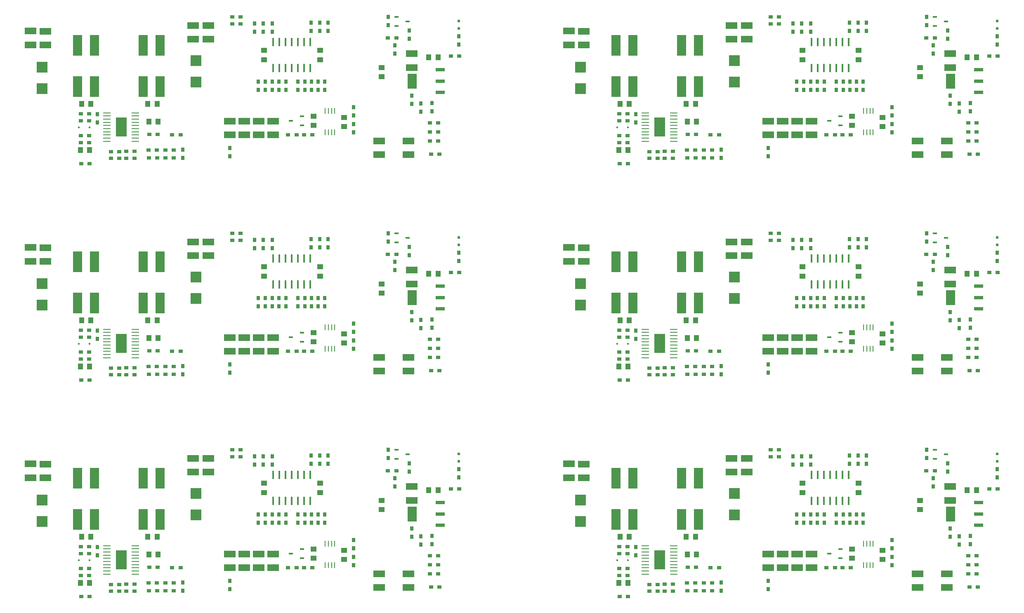
<source format=gbr>
G04 DipTrace 2.4.0.2*
%INTopPaste.gbr*%
%MOIN*%
%ADD27R,0.0236X0.0236*%
%ADD47R,0.0156X0.0707*%
%ADD49R,0.0077X0.0471*%
%ADD51R,0.0766X0.12*%
%ADD53R,0.0766X0.0294*%
%ADD55R,0.0904X0.1574*%
%ADD57R,0.0629X0.0077*%
%ADD59R,0.0766X0.1692*%
%ADD61R,0.0333X0.0176*%
%ADD67R,0.0156X0.0156*%
%ADD69R,0.0865X0.0865*%
%ADD71R,0.0314X0.0353*%
%ADD73R,0.0511X0.0432*%
%ADD75R,0.0432X0.0511*%
%ADD77R,0.0983X0.055*%
%ADD79R,0.0353X0.0314*%
%FSLAX44Y44*%
G04*
G70*
G90*
G75*
G01*
%LNTopPaste*%
%LPD*%
D79*
X9363Y2639D3*
X10032D3*
D77*
X17750Y4551D3*
Y5654D3*
X18921Y4551D3*
Y5654D3*
X20079Y4557D3*
Y5659D3*
X21230Y4557D3*
Y5659D3*
D79*
X11192Y2681D3*
X11861D3*
D75*
X6408Y3310D3*
X5660D3*
D79*
X11174Y3323D3*
X11843D3*
D75*
X11207Y5626D3*
X11955D3*
D73*
X26957Y5957D3*
Y5209D3*
X24492Y5311D3*
Y6059D3*
D77*
X14785Y12300D3*
Y13402D3*
X16003Y12282D3*
Y13384D3*
D75*
X5764Y7059D3*
X6512D3*
X11118Y7067D3*
X11866D3*
D71*
X20598Y8189D3*
Y8858D3*
X20440Y12876D3*
Y13546D3*
D77*
X2854Y12933D3*
Y11831D3*
X1635Y12937D3*
Y11835D3*
D71*
X24869Y8189D3*
Y8858D3*
X25003Y12957D3*
Y13626D3*
D75*
X34567Y10827D3*
X33819D3*
D77*
X32437Y10002D3*
Y11104D3*
D71*
X33187Y7102D3*
Y6433D3*
D73*
X20507Y10626D3*
Y11374D3*
X25052Y10626D3*
Y11374D3*
D77*
X29813Y2938D3*
Y4040D3*
X32188Y2938D3*
Y4040D3*
D73*
X30000Y9250D3*
Y9998D3*
D69*
X2587Y10031D3*
Y8299D3*
X15013Y10567D3*
Y8835D3*
D67*
X6414Y5150D3*
X5548D3*
D27*
X36240Y13750D3*
Y13159D3*
D61*
X31201Y14094D3*
Y13346D3*
X32106Y13720D3*
D79*
X8809Y3203D3*
X8140D3*
X8805Y2639D3*
X8136D3*
X10032Y3209D3*
X9363D3*
D71*
X13956Y3357D3*
Y2687D3*
D79*
X13212Y3306D3*
X12542D3*
X13210Y2690D3*
X12540D3*
X5699Y3908D3*
X6368D3*
X11250Y4596D3*
X11919D3*
X5711Y4494D3*
X6380D3*
X13757Y4550D3*
X13087D3*
X5705Y5674D3*
X6374D3*
X5719Y6261D3*
X6388D3*
X23750Y4562D3*
X24419D3*
X23125D3*
X22456D3*
D71*
X27753Y6126D3*
Y6795D3*
Y4750D3*
Y5420D3*
X21161Y8189D3*
Y8858D3*
X22260Y8189D3*
Y8858D3*
X20036Y8864D3*
Y8195D3*
X21190Y13564D3*
Y12895D3*
X21696Y8189D3*
Y8858D3*
X19752Y12876D3*
Y13546D3*
X24338Y8189D3*
Y8858D3*
X23252Y8189D3*
Y8858D3*
X25408Y8868D3*
Y8199D3*
X24315Y13608D3*
Y12939D3*
X23796Y8189D3*
Y8858D3*
X25690Y12939D3*
Y13608D3*
X31059Y11124D3*
Y11793D3*
D79*
X30522Y12372D3*
X31191D3*
X35591Y10906D3*
X36260D3*
D71*
X34062Y6451D3*
Y7120D3*
X32437Y7058D3*
Y7727D3*
X30541Y14094D3*
Y13425D3*
D79*
X18622Y13504D3*
X17953D3*
Y14094D3*
X18622D3*
X34000Y3000D3*
X34669D3*
X34563Y4063D3*
X33893D3*
D71*
X17756Y2815D3*
Y3484D3*
D79*
X34567Y4774D3*
X33898D3*
X34567Y5531D3*
X33898D3*
D71*
X32224Y12333D3*
Y13002D3*
X36250Y11841D3*
Y12510D3*
X7047Y6220D3*
Y5551D3*
D79*
X6398Y2224D3*
X5728D3*
D59*
X5445Y8441D3*
X6795D3*
Y11787D3*
X5445D3*
X10752Y8441D3*
X12102D3*
Y11787D3*
X10752D3*
D57*
X10105Y4031D3*
Y4287D3*
Y4543D3*
Y4799D3*
Y5055D3*
Y5311D3*
Y5567D3*
Y5823D3*
Y6079D3*
Y6335D3*
X7822D3*
Y6079D3*
Y5823D3*
Y5567D3*
Y5311D3*
Y5055D3*
Y4799D3*
Y4543D3*
Y4287D3*
Y4031D3*
D55*
X8964Y5183D3*
D53*
X34750Y7995D3*
Y8901D3*
Y9806D3*
D51*
X32467Y8901D3*
D49*
X25449Y4768D3*
X25705D3*
X25961D3*
X26217D3*
Y6500D3*
X25961D3*
X25705D3*
X25449D3*
D61*
X23565Y5313D3*
Y6061D3*
X22659Y5687D3*
D47*
X21252Y9939D3*
X21752D3*
X22252D3*
X22752D3*
X23252D3*
X23752D3*
X24252D3*
Y12065D3*
X23752D3*
X23252D3*
X22752D3*
X22252D3*
X21752D3*
X21252D3*
D79*
X52863Y2639D3*
X53532D3*
D77*
X61250Y4551D3*
Y5654D3*
X62421Y4551D3*
Y5654D3*
X63579Y4557D3*
Y5659D3*
X64730Y4557D3*
Y5659D3*
D79*
X54692Y2681D3*
X55361D3*
D75*
X49908Y3310D3*
X49160D3*
D79*
X54674Y3323D3*
X55343D3*
D75*
X54707Y5626D3*
X55455D3*
D73*
X70457Y5957D3*
Y5209D3*
X67992Y5311D3*
Y6059D3*
D77*
X58285Y12300D3*
Y13402D3*
X59503Y12282D3*
Y13384D3*
D75*
X49264Y7059D3*
X50012D3*
X54618Y7067D3*
X55366D3*
D71*
X64098Y8189D3*
Y8858D3*
X63940Y12876D3*
Y13546D3*
D77*
X46354Y12933D3*
Y11831D3*
X45135Y12937D3*
Y11835D3*
D71*
X68369Y8189D3*
Y8858D3*
X68503Y12957D3*
Y13626D3*
D75*
X78067Y10827D3*
X77319D3*
D77*
X75937Y10002D3*
Y11104D3*
D71*
X76687Y7102D3*
Y6433D3*
D73*
X64007Y10626D3*
Y11374D3*
X68552Y10626D3*
Y11374D3*
D77*
X73313Y2938D3*
Y4040D3*
X75688Y2938D3*
Y4040D3*
D73*
X73500Y9250D3*
Y9998D3*
D69*
X46087Y10031D3*
Y8299D3*
X58513Y10567D3*
Y8835D3*
D67*
X49914Y5150D3*
X49048D3*
D27*
X79740Y13750D3*
Y13159D3*
D61*
X74701Y14094D3*
Y13346D3*
X75606Y13720D3*
D79*
X52309Y3203D3*
X51640D3*
X52305Y2639D3*
X51636D3*
X53532Y3209D3*
X52863D3*
D71*
X57456Y3357D3*
Y2687D3*
D79*
X56712Y3306D3*
X56042D3*
X56710Y2690D3*
X56040D3*
X49199Y3908D3*
X49868D3*
X54750Y4596D3*
X55419D3*
X49211Y4494D3*
X49880D3*
X57257Y4550D3*
X56587D3*
X49205Y5674D3*
X49874D3*
X49219Y6261D3*
X49888D3*
X67250Y4562D3*
X67919D3*
X66625D3*
X65956D3*
D71*
X71253Y6126D3*
Y6795D3*
Y4750D3*
Y5420D3*
X64661Y8189D3*
Y8858D3*
X65760Y8189D3*
Y8858D3*
X63536Y8864D3*
Y8195D3*
X64690Y13564D3*
Y12895D3*
X65196Y8189D3*
Y8858D3*
X63252Y12876D3*
Y13546D3*
X67838Y8189D3*
Y8858D3*
X66752Y8189D3*
Y8858D3*
X68908Y8868D3*
Y8199D3*
X67815Y13608D3*
Y12939D3*
X67296Y8189D3*
Y8858D3*
X69190Y12939D3*
Y13608D3*
X74559Y11124D3*
Y11793D3*
D79*
X74022Y12372D3*
X74691D3*
X79091Y10906D3*
X79760D3*
D71*
X77562Y6451D3*
Y7120D3*
X75937Y7058D3*
Y7727D3*
X74041Y14094D3*
Y13425D3*
D79*
X62122Y13504D3*
X61453D3*
Y14094D3*
X62122D3*
X77500Y3000D3*
X78169D3*
X78063Y4063D3*
X77393D3*
D71*
X61256Y2815D3*
Y3484D3*
D79*
X78067Y4774D3*
X77398D3*
X78067Y5531D3*
X77398D3*
D71*
X75724Y12333D3*
Y13002D3*
X79750Y11841D3*
Y12510D3*
X50547Y6220D3*
Y5551D3*
D79*
X49898Y2224D3*
X49228D3*
D59*
X48945Y8441D3*
X50295D3*
Y11787D3*
X48945D3*
X54252Y8441D3*
X55602D3*
Y11787D3*
X54252D3*
D57*
X53605Y4031D3*
Y4287D3*
Y4543D3*
Y4799D3*
Y5055D3*
Y5311D3*
Y5567D3*
Y5823D3*
Y6079D3*
Y6335D3*
X51322D3*
Y6079D3*
Y5823D3*
Y5567D3*
Y5311D3*
Y5055D3*
Y4799D3*
Y4543D3*
Y4287D3*
Y4031D3*
D55*
X52464Y5183D3*
D53*
X78250Y7995D3*
Y8901D3*
Y9806D3*
D51*
X75967Y8901D3*
D49*
X68949Y4768D3*
X69205D3*
X69461D3*
X69717D3*
Y6500D3*
X69461D3*
X69205D3*
X68949D3*
D61*
X67065Y5313D3*
Y6061D3*
X66159Y5687D3*
D47*
X64752Y9939D3*
X65252D3*
X65752D3*
X66252D3*
X66752D3*
X67252D3*
X67752D3*
Y12065D3*
X67252D3*
X66752D3*
X66252D3*
X65752D3*
X65252D3*
X64752D3*
D79*
X9363Y20139D3*
X10032D3*
D77*
X17750Y22051D3*
Y23154D3*
X18921Y22051D3*
Y23154D3*
X20079Y22057D3*
Y23159D3*
X21230Y22057D3*
Y23159D3*
D79*
X11192Y20181D3*
X11861D3*
D75*
X6408Y20810D3*
X5660D3*
D79*
X11174Y20823D3*
X11843D3*
D75*
X11207Y23126D3*
X11955D3*
D73*
X26957Y23457D3*
Y22709D3*
X24492Y22811D3*
Y23559D3*
D77*
X14785Y29800D3*
Y30902D3*
X16003Y29782D3*
Y30884D3*
D75*
X5764Y24559D3*
X6512D3*
X11118Y24567D3*
X11866D3*
D71*
X20598Y25689D3*
Y26358D3*
X20440Y30376D3*
Y31046D3*
D77*
X2854Y30433D3*
Y29331D3*
X1635Y30437D3*
Y29335D3*
D71*
X24869Y25689D3*
Y26358D3*
X25003Y30457D3*
Y31126D3*
D75*
X34567Y28327D3*
X33819D3*
D77*
X32437Y27502D3*
Y28604D3*
D71*
X33187Y24602D3*
Y23933D3*
D73*
X20507Y28126D3*
Y28874D3*
X25052Y28126D3*
Y28874D3*
D77*
X29813Y20438D3*
Y21540D3*
X32188Y20438D3*
Y21540D3*
D73*
X30000Y26750D3*
Y27498D3*
D69*
X2587Y27531D3*
Y25799D3*
X15013Y28067D3*
Y26335D3*
D67*
X6414Y22650D3*
X5548D3*
D27*
X36240Y31250D3*
Y30659D3*
D61*
X31201Y31594D3*
Y30846D3*
X32106Y31220D3*
D79*
X8809Y20703D3*
X8140D3*
X8805Y20139D3*
X8136D3*
X10032Y20709D3*
X9363D3*
D71*
X13956Y20857D3*
Y20187D3*
D79*
X13212Y20806D3*
X12542D3*
X13210Y20190D3*
X12540D3*
X5699Y21408D3*
X6368D3*
X11250Y22096D3*
X11919D3*
X5711Y21994D3*
X6380D3*
X13757Y22050D3*
X13087D3*
X5705Y23174D3*
X6374D3*
X5719Y23761D3*
X6388D3*
X23750Y22062D3*
X24419D3*
X23125D3*
X22456D3*
D71*
X27753Y23626D3*
Y24295D3*
Y22250D3*
Y22920D3*
X21161Y25689D3*
Y26358D3*
X22260Y25689D3*
Y26358D3*
X20036Y26364D3*
Y25695D3*
X21190Y31064D3*
Y30395D3*
X21696Y25689D3*
Y26358D3*
X19752Y30376D3*
Y31046D3*
X24338Y25689D3*
Y26358D3*
X23252Y25689D3*
Y26358D3*
X25408Y26368D3*
Y25699D3*
X24315Y31108D3*
Y30439D3*
X23796Y25689D3*
Y26358D3*
X25690Y30439D3*
Y31108D3*
X31059Y28624D3*
Y29293D3*
D79*
X30522Y29872D3*
X31191D3*
X35591Y28406D3*
X36260D3*
D71*
X34062Y23951D3*
Y24620D3*
X32437Y24558D3*
Y25227D3*
X30541Y31594D3*
Y30925D3*
D79*
X18622Y31004D3*
X17953D3*
Y31594D3*
X18622D3*
X34000Y20500D3*
X34669D3*
X34563Y21563D3*
X33893D3*
D71*
X17756Y20315D3*
Y20984D3*
D79*
X34567Y22274D3*
X33898D3*
X34567Y23031D3*
X33898D3*
D71*
X32224Y29833D3*
Y30502D3*
X36250Y29341D3*
Y30010D3*
X7047Y23720D3*
Y23051D3*
D79*
X6398Y19724D3*
X5728D3*
D59*
X5445Y25941D3*
X6795D3*
Y29287D3*
X5445D3*
X10752Y25941D3*
X12102D3*
Y29287D3*
X10752D3*
D57*
X10105Y21531D3*
Y21787D3*
Y22043D3*
Y22299D3*
Y22555D3*
Y22811D3*
Y23067D3*
Y23323D3*
Y23579D3*
Y23835D3*
X7822D3*
Y23579D3*
Y23323D3*
Y23067D3*
Y22811D3*
Y22555D3*
Y22299D3*
Y22043D3*
Y21787D3*
Y21531D3*
D55*
X8964Y22683D3*
D53*
X34750Y25495D3*
Y26401D3*
Y27306D3*
D51*
X32467Y26401D3*
D49*
X25449Y22268D3*
X25705D3*
X25961D3*
X26217D3*
Y24000D3*
X25961D3*
X25705D3*
X25449D3*
D61*
X23565Y22813D3*
Y23561D3*
X22659Y23187D3*
D47*
X21252Y27439D3*
X21752D3*
X22252D3*
X22752D3*
X23252D3*
X23752D3*
X24252D3*
Y29565D3*
X23752D3*
X23252D3*
X22752D3*
X22252D3*
X21752D3*
X21252D3*
D79*
X52863Y20139D3*
X53532D3*
D77*
X61250Y22051D3*
Y23154D3*
X62421Y22051D3*
Y23154D3*
X63579Y22057D3*
Y23159D3*
X64730Y22057D3*
Y23159D3*
D79*
X54692Y20181D3*
X55361D3*
D75*
X49908Y20810D3*
X49160D3*
D79*
X54674Y20823D3*
X55343D3*
D75*
X54707Y23126D3*
X55455D3*
D73*
X70457Y23457D3*
Y22709D3*
X67992Y22811D3*
Y23559D3*
D77*
X58285Y29800D3*
Y30902D3*
X59503Y29782D3*
Y30884D3*
D75*
X49264Y24559D3*
X50012D3*
X54618Y24567D3*
X55366D3*
D71*
X64098Y25689D3*
Y26358D3*
X63940Y30376D3*
Y31046D3*
D77*
X46354Y30433D3*
Y29331D3*
X45135Y30437D3*
Y29335D3*
D71*
X68369Y25689D3*
Y26358D3*
X68503Y30457D3*
Y31126D3*
D75*
X78067Y28327D3*
X77319D3*
D77*
X75937Y27502D3*
Y28604D3*
D71*
X76687Y24602D3*
Y23933D3*
D73*
X64007Y28126D3*
Y28874D3*
X68552Y28126D3*
Y28874D3*
D77*
X73313Y20438D3*
Y21540D3*
X75688Y20438D3*
Y21540D3*
D73*
X73500Y26750D3*
Y27498D3*
D69*
X46087Y27531D3*
Y25799D3*
X58513Y28067D3*
Y26335D3*
D67*
X49914Y22650D3*
X49048D3*
D27*
X79740Y31250D3*
Y30659D3*
D61*
X74701Y31594D3*
Y30846D3*
X75606Y31220D3*
D79*
X52309Y20703D3*
X51640D3*
X52305Y20139D3*
X51636D3*
X53532Y20709D3*
X52863D3*
D71*
X57456Y20857D3*
Y20187D3*
D79*
X56712Y20806D3*
X56042D3*
X56710Y20190D3*
X56040D3*
X49199Y21408D3*
X49868D3*
X54750Y22096D3*
X55419D3*
X49211Y21994D3*
X49880D3*
X57257Y22050D3*
X56587D3*
X49205Y23174D3*
X49874D3*
X49219Y23761D3*
X49888D3*
X67250Y22062D3*
X67919D3*
X66625D3*
X65956D3*
D71*
X71253Y23626D3*
Y24295D3*
Y22250D3*
Y22920D3*
X64661Y25689D3*
Y26358D3*
X65760Y25689D3*
Y26358D3*
X63536Y26364D3*
Y25695D3*
X64690Y31064D3*
Y30395D3*
X65196Y25689D3*
Y26358D3*
X63252Y30376D3*
Y31046D3*
X67838Y25689D3*
Y26358D3*
X66752Y25689D3*
Y26358D3*
X68908Y26368D3*
Y25699D3*
X67815Y31108D3*
Y30439D3*
X67296Y25689D3*
Y26358D3*
X69190Y30439D3*
Y31108D3*
X74559Y28624D3*
Y29293D3*
D79*
X74022Y29872D3*
X74691D3*
X79091Y28406D3*
X79760D3*
D71*
X77562Y23951D3*
Y24620D3*
X75937Y24558D3*
Y25227D3*
X74041Y31594D3*
Y30925D3*
D79*
X62122Y31004D3*
X61453D3*
Y31594D3*
X62122D3*
X77500Y20500D3*
X78169D3*
X78063Y21563D3*
X77393D3*
D71*
X61256Y20315D3*
Y20984D3*
D79*
X78067Y22274D3*
X77398D3*
X78067Y23031D3*
X77398D3*
D71*
X75724Y29833D3*
Y30502D3*
X79750Y29341D3*
Y30010D3*
X50547Y23720D3*
Y23051D3*
D79*
X49898Y19724D3*
X49228D3*
D59*
X48945Y25941D3*
X50295D3*
Y29287D3*
X48945D3*
X54252Y25941D3*
X55602D3*
Y29287D3*
X54252D3*
D57*
X53605Y21531D3*
Y21787D3*
Y22043D3*
Y22299D3*
Y22555D3*
Y22811D3*
Y23067D3*
Y23323D3*
Y23579D3*
Y23835D3*
X51322D3*
Y23579D3*
Y23323D3*
Y23067D3*
Y22811D3*
Y22555D3*
Y22299D3*
Y22043D3*
Y21787D3*
Y21531D3*
D55*
X52464Y22683D3*
D53*
X78250Y25495D3*
Y26401D3*
Y27306D3*
D51*
X75967Y26401D3*
D49*
X68949Y22268D3*
X69205D3*
X69461D3*
X69717D3*
Y24000D3*
X69461D3*
X69205D3*
X68949D3*
D61*
X67065Y22813D3*
Y23561D3*
X66159Y23187D3*
D47*
X64752Y27439D3*
X65252D3*
X65752D3*
X66252D3*
X66752D3*
X67252D3*
X67752D3*
Y29565D3*
X67252D3*
X66752D3*
X66252D3*
X65752D3*
X65252D3*
X64752D3*
D79*
X9363Y37639D3*
X10032D3*
D77*
X17750Y39551D3*
Y40654D3*
X18921Y39551D3*
Y40654D3*
X20079Y39557D3*
Y40659D3*
X21230Y39557D3*
Y40659D3*
D79*
X11192Y37681D3*
X11861D3*
D75*
X6408Y38310D3*
X5660D3*
D79*
X11174Y38323D3*
X11843D3*
D75*
X11207Y40626D3*
X11955D3*
D73*
X26957Y40957D3*
Y40209D3*
X24492Y40311D3*
Y41059D3*
D77*
X14785Y47300D3*
Y48402D3*
X16003Y47282D3*
Y48384D3*
D75*
X5764Y42059D3*
X6512D3*
X11118Y42067D3*
X11866D3*
D71*
X20598Y43189D3*
Y43858D3*
X20440Y47876D3*
Y48546D3*
D77*
X2854Y47933D3*
Y46831D3*
X1635Y47937D3*
Y46835D3*
D71*
X24869Y43189D3*
Y43858D3*
X25003Y47957D3*
Y48626D3*
D75*
X34567Y45827D3*
X33819D3*
D77*
X32437Y45002D3*
Y46104D3*
D71*
X33187Y42102D3*
Y41433D3*
D73*
X20507Y45626D3*
Y46374D3*
X25052Y45626D3*
Y46374D3*
D77*
X29813Y37938D3*
Y39040D3*
X32188Y37938D3*
Y39040D3*
D73*
X30000Y44250D3*
Y44998D3*
D69*
X2587Y45031D3*
Y43299D3*
X15013Y45567D3*
Y43835D3*
D67*
X6414Y40150D3*
X5548D3*
D27*
X36240Y48750D3*
Y48159D3*
D61*
X31201Y49094D3*
Y48346D3*
X32106Y48720D3*
D79*
X8809Y38203D3*
X8140D3*
X8805Y37639D3*
X8136D3*
X10032Y38209D3*
X9363D3*
D71*
X13956Y38357D3*
Y37687D3*
D79*
X13212Y38306D3*
X12542D3*
X13210Y37690D3*
X12540D3*
X5699Y38908D3*
X6368D3*
X11250Y39596D3*
X11919D3*
X5711Y39494D3*
X6380D3*
X13757Y39550D3*
X13087D3*
X5705Y40674D3*
X6374D3*
X5719Y41261D3*
X6388D3*
X23750Y39562D3*
X24419D3*
X23125D3*
X22456D3*
D71*
X27753Y41126D3*
Y41795D3*
Y39750D3*
Y40420D3*
X21161Y43189D3*
Y43858D3*
X22260Y43189D3*
Y43858D3*
X20036Y43864D3*
Y43195D3*
X21190Y48564D3*
Y47895D3*
X21696Y43189D3*
Y43858D3*
X19752Y47876D3*
Y48546D3*
X24338Y43189D3*
Y43858D3*
X23252Y43189D3*
Y43858D3*
X25408Y43868D3*
Y43199D3*
X24315Y48608D3*
Y47939D3*
X23796Y43189D3*
Y43858D3*
X25690Y47939D3*
Y48608D3*
X31059Y46124D3*
Y46793D3*
D79*
X30522Y47372D3*
X31191D3*
X35591Y45906D3*
X36260D3*
D71*
X34062Y41451D3*
Y42120D3*
X32437Y42058D3*
Y42727D3*
X30541Y49094D3*
Y48425D3*
D79*
X18622Y48504D3*
X17953D3*
Y49094D3*
X18622D3*
X34000Y38000D3*
X34669D3*
X34563Y39063D3*
X33893D3*
D71*
X17756Y37815D3*
Y38484D3*
D79*
X34567Y39774D3*
X33898D3*
X34567Y40531D3*
X33898D3*
D71*
X32224Y47333D3*
Y48002D3*
X36250Y46841D3*
Y47510D3*
X7047Y41220D3*
Y40551D3*
D79*
X6398Y37224D3*
X5728D3*
D59*
X5445Y43441D3*
X6795D3*
Y46787D3*
X5445D3*
X10752Y43441D3*
X12102D3*
Y46787D3*
X10752D3*
D57*
X10105Y39031D3*
Y39287D3*
Y39543D3*
Y39799D3*
Y40055D3*
Y40311D3*
Y40567D3*
Y40823D3*
Y41079D3*
Y41335D3*
X7822D3*
Y41079D3*
Y40823D3*
Y40567D3*
Y40311D3*
Y40055D3*
Y39799D3*
Y39543D3*
Y39287D3*
Y39031D3*
D55*
X8964Y40183D3*
D53*
X34750Y42995D3*
Y43901D3*
Y44806D3*
D51*
X32467Y43901D3*
D49*
X25449Y39768D3*
X25705D3*
X25961D3*
X26217D3*
Y41500D3*
X25961D3*
X25705D3*
X25449D3*
D61*
X23565Y40313D3*
Y41061D3*
X22659Y40687D3*
D47*
X21252Y44939D3*
X21752D3*
X22252D3*
X22752D3*
X23252D3*
X23752D3*
X24252D3*
Y47065D3*
X23752D3*
X23252D3*
X22752D3*
X22252D3*
X21752D3*
X21252D3*
D79*
X52863Y37639D3*
X53532D3*
D77*
X61250Y39551D3*
Y40654D3*
X62421Y39551D3*
Y40654D3*
X63579Y39557D3*
Y40659D3*
X64730Y39557D3*
Y40659D3*
D79*
X54692Y37681D3*
X55361D3*
D75*
X49908Y38310D3*
X49160D3*
D79*
X54674Y38323D3*
X55343D3*
D75*
X54707Y40626D3*
X55455D3*
D73*
X70457Y40957D3*
Y40209D3*
X67992Y40311D3*
Y41059D3*
D77*
X58285Y47300D3*
Y48402D3*
X59503Y47282D3*
Y48384D3*
D75*
X49264Y42059D3*
X50012D3*
X54618Y42067D3*
X55366D3*
D71*
X64098Y43189D3*
Y43858D3*
X63940Y47876D3*
Y48546D3*
D77*
X46354Y47933D3*
Y46831D3*
X45135Y47937D3*
Y46835D3*
D71*
X68369Y43189D3*
Y43858D3*
X68503Y47957D3*
Y48626D3*
D75*
X78067Y45827D3*
X77319D3*
D77*
X75937Y45002D3*
Y46104D3*
D71*
X76687Y42102D3*
Y41433D3*
D73*
X64007Y45626D3*
Y46374D3*
X68552Y45626D3*
Y46374D3*
D77*
X73313Y37938D3*
Y39040D3*
X75688Y37938D3*
Y39040D3*
D73*
X73500Y44250D3*
Y44998D3*
D69*
X46087Y45031D3*
Y43299D3*
X58513Y45567D3*
Y43835D3*
D67*
X49914Y40150D3*
X49048D3*
D27*
X79740Y48750D3*
Y48159D3*
D61*
X74701Y49094D3*
Y48346D3*
X75606Y48720D3*
D79*
X52309Y38203D3*
X51640D3*
X52305Y37639D3*
X51636D3*
X53532Y38209D3*
X52863D3*
D71*
X57456Y38357D3*
Y37687D3*
D79*
X56712Y38306D3*
X56042D3*
X56710Y37690D3*
X56040D3*
X49199Y38908D3*
X49868D3*
X54750Y39596D3*
X55419D3*
X49211Y39494D3*
X49880D3*
X57257Y39550D3*
X56587D3*
X49205Y40674D3*
X49874D3*
X49219Y41261D3*
X49888D3*
X67250Y39562D3*
X67919D3*
X66625D3*
X65956D3*
D71*
X71253Y41126D3*
Y41795D3*
Y39750D3*
Y40420D3*
X64661Y43189D3*
Y43858D3*
X65760Y43189D3*
Y43858D3*
X63536Y43864D3*
Y43195D3*
X64690Y48564D3*
Y47895D3*
X65196Y43189D3*
Y43858D3*
X63252Y47876D3*
Y48546D3*
X67838Y43189D3*
Y43858D3*
X66752Y43189D3*
Y43858D3*
X68908Y43868D3*
Y43199D3*
X67815Y48608D3*
Y47939D3*
X67296Y43189D3*
Y43858D3*
X69190Y47939D3*
Y48608D3*
X74559Y46124D3*
Y46793D3*
D79*
X74022Y47372D3*
X74691D3*
X79091Y45906D3*
X79760D3*
D71*
X77562Y41451D3*
Y42120D3*
X75937Y42058D3*
Y42727D3*
X74041Y49094D3*
Y48425D3*
D79*
X62122Y48504D3*
X61453D3*
Y49094D3*
X62122D3*
X77500Y38000D3*
X78169D3*
X78063Y39063D3*
X77393D3*
D71*
X61256Y37815D3*
Y38484D3*
D79*
X78067Y39774D3*
X77398D3*
X78067Y40531D3*
X77398D3*
D71*
X75724Y47333D3*
Y48002D3*
X79750Y46841D3*
Y47510D3*
X50547Y41220D3*
Y40551D3*
D79*
X49898Y37224D3*
X49228D3*
D59*
X48945Y43441D3*
X50295D3*
Y46787D3*
X48945D3*
X54252Y43441D3*
X55602D3*
Y46787D3*
X54252D3*
D57*
X53605Y39031D3*
Y39287D3*
Y39543D3*
Y39799D3*
Y40055D3*
Y40311D3*
Y40567D3*
Y40823D3*
Y41079D3*
Y41335D3*
X51322D3*
Y41079D3*
Y40823D3*
Y40567D3*
Y40311D3*
Y40055D3*
Y39799D3*
Y39543D3*
Y39287D3*
Y39031D3*
D55*
X52464Y40183D3*
D53*
X78250Y42995D3*
Y43901D3*
Y44806D3*
D51*
X75967Y43901D3*
D49*
X68949Y39768D3*
X69205D3*
X69461D3*
X69717D3*
Y41500D3*
X69461D3*
X69205D3*
X68949D3*
D61*
X67065Y40313D3*
Y41061D3*
X66159Y40687D3*
D47*
X64752Y44939D3*
X65252D3*
X65752D3*
X66252D3*
X66752D3*
X67252D3*
X67752D3*
Y47065D3*
X67252D3*
X66752D3*
X66252D3*
X65752D3*
X65252D3*
X64752D3*
M02*

</source>
